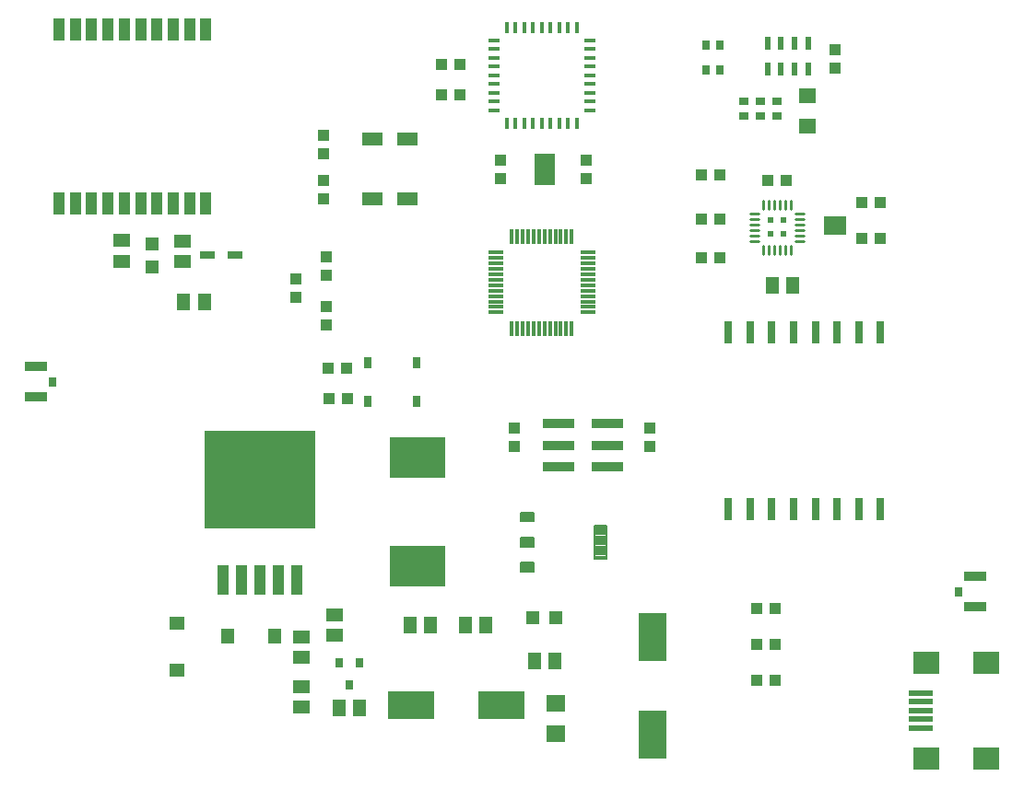
<source format=gbr>
G04 EAGLE Gerber RS-274X export*
G75*
%MOMM*%
%FSLAX34Y34*%
%LPD*%
%INSolderpaste Top*%
%IPPOS*%
%AMOC8*
5,1,8,0,0,1.08239X$1,22.5*%
G01*
%ADD10R,1.000000X1.100000*%
%ADD11R,1.100000X1.000000*%
%ADD12R,1.016000X2.692400*%
%ADD13R,10.160000X8.940800*%
%ADD14R,1.270000X1.470000*%
%ADD15R,4.300000X2.500000*%
%ADD16R,1.500000X1.300000*%
%ADD17R,1.300000X1.500000*%
%ADD18C,0.139500*%
%ADD19C,0.196500*%
%ADD20R,2.500000X4.500000*%
%ADD21R,1.200000X1.200000*%
%ADD22R,5.200000X3.850000*%
%ADD23R,1.470000X1.270000*%
%ADD24R,0.800000X0.900000*%
%ADD25R,1.800000X1.600000*%
%ADD26R,1.475000X0.300000*%
%ADD27R,0.300000X1.475000*%
%ADD28R,1.900000X1.300000*%
%ADD29R,0.700000X1.100000*%
%ADD30R,3.000000X0.890000*%
%ADD31C,0.254000*%
%ADD32R,0.482600X0.482600*%
%ADD33R,2.006600X1.701800*%
%ADD34R,0.500000X1.200000*%
%ADD35R,0.900000X0.700000*%
%ADD36R,0.700000X0.900000*%
%ADD37R,1.600000X1.400000*%
%ADD38R,1.000000X0.420000*%
%ADD39R,0.420000X1.000000*%
%ADD40R,1.981200X2.844800*%
%ADD41R,1.000000X2.000000*%
%ADD42R,1.500000X1.240000*%
%ADD43R,1.350000X0.800000*%
%ADD44R,1.240000X1.500000*%
%ADD45R,0.800000X2.000000*%
%ADD46R,0.762000X0.965200*%
%ADD47R,2.133600X0.812800*%
%ADD48R,2.400000X2.000000*%
%ADD49R,2.308000X0.500000*%


D10*
X302260Y473320D03*
X302260Y456320D03*
X302260Y410600D03*
X302260Y427600D03*
D11*
X274320Y436000D03*
X274320Y453000D03*
D12*
X207264Y176276D03*
X224282Y176276D03*
X241300Y176276D03*
X258318Y176276D03*
X275336Y176276D03*
D13*
X241300Y268224D03*
D14*
X255180Y124460D03*
X212180Y124460D03*
D15*
X463140Y60960D03*
X380140Y60960D03*
D16*
X279400Y123800D03*
X279400Y104800D03*
D17*
X398120Y134620D03*
X379120Y134620D03*
D18*
X481397Y229767D02*
X481397Y237673D01*
X493103Y237673D01*
X493103Y229767D01*
X481397Y229767D01*
X481397Y231092D02*
X493103Y231092D01*
X493103Y232417D02*
X481397Y232417D01*
X481397Y233742D02*
X493103Y233742D01*
X493103Y235067D02*
X481397Y235067D01*
X481397Y236392D02*
X493103Y236392D01*
X481397Y214773D02*
X481397Y206867D01*
X481397Y214773D02*
X493103Y214773D01*
X493103Y206867D01*
X481397Y206867D01*
X481397Y208192D02*
X493103Y208192D01*
X493103Y209517D02*
X481397Y209517D01*
X481397Y210842D02*
X493103Y210842D01*
X493103Y212167D02*
X481397Y212167D01*
X481397Y213492D02*
X493103Y213492D01*
X481397Y191873D02*
X481397Y183967D01*
X481397Y191873D02*
X493103Y191873D01*
X493103Y183967D01*
X481397Y183967D01*
X481397Y185292D02*
X493103Y185292D01*
X493103Y186617D02*
X481397Y186617D01*
X481397Y187942D02*
X493103Y187942D01*
X493103Y189267D02*
X481397Y189267D01*
X481397Y190592D02*
X493103Y190592D01*
D19*
X548582Y195602D02*
X548582Y226038D01*
X559718Y226038D01*
X559718Y195602D01*
X548582Y195602D01*
X548582Y197469D02*
X559718Y197469D01*
X559718Y199336D02*
X548582Y199336D01*
X548582Y201203D02*
X559718Y201203D01*
X559718Y203070D02*
X548582Y203070D01*
X548582Y204937D02*
X559718Y204937D01*
X559718Y206804D02*
X548582Y206804D01*
X548582Y208671D02*
X559718Y208671D01*
X559718Y210538D02*
X548582Y210538D01*
X548582Y212405D02*
X559718Y212405D01*
X559718Y214272D02*
X548582Y214272D01*
X548582Y216139D02*
X559718Y216139D01*
X559718Y218006D02*
X548582Y218006D01*
X548582Y219873D02*
X559718Y219873D01*
X559718Y221740D02*
X548582Y221740D01*
X548582Y223607D02*
X559718Y223607D01*
X559718Y225474D02*
X548582Y225474D01*
D20*
X601980Y123740D03*
X601980Y33740D03*
D17*
X448920Y134620D03*
X429920Y134620D03*
D21*
X513420Y140970D03*
X492420Y140970D03*
D17*
X493420Y101600D03*
X512420Y101600D03*
D22*
X386080Y288760D03*
X386080Y188760D03*
D23*
X165100Y135800D03*
X165100Y92800D03*
D16*
X279400Y59080D03*
X279400Y78080D03*
D17*
X314350Y58420D03*
X333350Y58420D03*
D16*
X309880Y144120D03*
X309880Y125120D03*
D24*
X333350Y100170D03*
X314350Y100170D03*
X323850Y79170D03*
D25*
X513080Y34260D03*
X513080Y62260D03*
D26*
X458000Y477080D03*
X458000Y472080D03*
X458000Y467080D03*
X458000Y462080D03*
X458000Y457080D03*
X458000Y452080D03*
X458000Y447080D03*
X458000Y442080D03*
X458000Y437080D03*
X458000Y432080D03*
X458000Y427080D03*
X458000Y422080D03*
D27*
X472880Y407200D03*
X477880Y407200D03*
X482880Y407200D03*
X487880Y407200D03*
X492880Y407200D03*
X497880Y407200D03*
X502880Y407200D03*
X507880Y407200D03*
X512880Y407200D03*
X517880Y407200D03*
X522880Y407200D03*
X527880Y407200D03*
D26*
X542760Y422080D03*
X542760Y427080D03*
X542760Y432080D03*
X542760Y437080D03*
X542760Y442080D03*
X542760Y447080D03*
X542760Y452080D03*
X542760Y457080D03*
X542760Y462080D03*
X542760Y467080D03*
X542760Y472080D03*
X542760Y477080D03*
D27*
X527880Y491960D03*
X522880Y491960D03*
X517880Y491960D03*
X512880Y491960D03*
X507880Y491960D03*
X502880Y491960D03*
X497880Y491960D03*
X492880Y491960D03*
X487880Y491960D03*
X482880Y491960D03*
X477880Y491960D03*
X472880Y491960D03*
D28*
X376680Y526220D03*
X376680Y581220D03*
X344680Y581220D03*
X344680Y526220D03*
D10*
X299720Y543170D03*
X299720Y526170D03*
X299720Y568080D03*
X299720Y585080D03*
D29*
X340970Y340640D03*
X340970Y375640D03*
X385470Y375640D03*
X385470Y340640D03*
D10*
X305190Y342900D03*
X322190Y342900D03*
D11*
X303920Y370840D03*
X320920Y370840D03*
D30*
X515980Y319720D03*
X560980Y319720D03*
X515980Y299720D03*
X560980Y299720D03*
X515980Y279720D03*
X560980Y279720D03*
D11*
X474980Y315840D03*
X474980Y298840D03*
X599440Y298840D03*
X599440Y315840D03*
D10*
X714620Y149860D03*
X697620Y149860D03*
X714620Y83820D03*
X697620Y83820D03*
X697620Y116840D03*
X714620Y116840D03*
X769620Y663820D03*
X769620Y646820D03*
D11*
X794140Y523240D03*
X811140Y523240D03*
X646820Y548640D03*
X663820Y548640D03*
X724780Y543560D03*
X707780Y543560D03*
X794140Y490220D03*
X811140Y490220D03*
X663820Y508000D03*
X646820Y508000D03*
X663820Y472440D03*
X646820Y472440D03*
D31*
X691654Y487713D02*
X699274Y487713D01*
X699274Y492759D02*
X691654Y492759D01*
X691654Y497805D02*
X699274Y497805D01*
X699274Y503155D02*
X691654Y503155D01*
X691654Y508176D02*
X699274Y508176D01*
X699274Y513247D02*
X691654Y513247D01*
X733686Y487713D02*
X741306Y487713D01*
X741306Y492759D02*
X733686Y492759D01*
X733686Y497805D02*
X741306Y497805D01*
X741306Y503155D02*
X733686Y503155D01*
X733686Y508176D02*
X741306Y508176D01*
X741306Y513247D02*
X733686Y513247D01*
X729247Y517432D02*
X729247Y525052D01*
X724201Y525052D02*
X724201Y517432D01*
X719155Y517432D02*
X719155Y525052D01*
X713805Y525052D02*
X713805Y517432D01*
X708784Y517432D02*
X708784Y525052D01*
X703713Y525052D02*
X703713Y517432D01*
X729247Y483528D02*
X729247Y475908D01*
X724201Y475908D02*
X724201Y483528D01*
X719155Y483528D02*
X719155Y475908D01*
X713805Y475908D02*
X713805Y483528D01*
X708784Y483528D02*
X708784Y475908D01*
X703713Y475908D02*
X703713Y483528D01*
D32*
X710565Y494411D03*
X710565Y507111D03*
X722630Y494538D03*
X722630Y506730D03*
D33*
X769493Y502285D03*
D34*
X707690Y645860D03*
X720190Y645860D03*
X732690Y645860D03*
X745190Y645860D03*
X707690Y669860D03*
X720190Y669860D03*
X732690Y669860D03*
X745190Y669860D03*
D35*
X701040Y616100D03*
X701040Y603100D03*
D36*
X651360Y645160D03*
X664360Y645160D03*
X651360Y668020D03*
X664360Y668020D03*
D37*
X744220Y593060D03*
X744220Y621060D03*
D35*
X716280Y616100D03*
X716280Y603100D03*
X685800Y616100D03*
X685800Y603100D03*
D38*
X544380Y640080D03*
X544380Y632080D03*
X544380Y624080D03*
X544380Y616080D03*
X544380Y608080D03*
X544380Y648080D03*
X544380Y656080D03*
X544380Y664080D03*
X544380Y672080D03*
D39*
X500380Y684080D03*
X508380Y684080D03*
X516380Y684080D03*
X524380Y684080D03*
X532380Y684080D03*
X492380Y684080D03*
X484380Y684080D03*
X476380Y684080D03*
X468380Y684080D03*
D38*
X456380Y640080D03*
X456380Y648080D03*
X456380Y656080D03*
X456380Y664080D03*
X456380Y672080D03*
X456380Y632080D03*
X456380Y624080D03*
X456380Y616080D03*
X456380Y608080D03*
D39*
X500380Y596080D03*
X492380Y596080D03*
X484380Y596080D03*
X476380Y596080D03*
X468380Y596080D03*
X508380Y596080D03*
X516380Y596080D03*
X524380Y596080D03*
X532380Y596080D03*
D40*
X502920Y553720D03*
D11*
X425060Y650240D03*
X408060Y650240D03*
X425060Y622300D03*
X408060Y622300D03*
D10*
X462280Y562220D03*
X462280Y545220D03*
X541020Y562220D03*
X541020Y545220D03*
D41*
X56960Y521980D03*
X71960Y521980D03*
X86960Y521980D03*
X101960Y521980D03*
X116960Y521980D03*
X131960Y521980D03*
X146960Y521980D03*
X161960Y521980D03*
X176960Y521980D03*
X191960Y521980D03*
X191960Y681980D03*
X176960Y681980D03*
X161960Y681980D03*
X146960Y681980D03*
X131960Y681980D03*
X116960Y681980D03*
X101960Y681980D03*
X86960Y681980D03*
X71960Y681980D03*
X56960Y681980D03*
D21*
X142748Y463718D03*
X142748Y484718D03*
D42*
X114808Y469036D03*
X114808Y488036D03*
X170434Y468528D03*
X170434Y487528D03*
D43*
X218440Y474980D03*
X193040Y474980D03*
D44*
X171602Y431546D03*
X190602Y431546D03*
D45*
X811680Y403580D03*
X791680Y403580D03*
X771680Y403580D03*
X751680Y403580D03*
X731680Y403580D03*
X711680Y403580D03*
X691680Y403580D03*
X671680Y403580D03*
X671680Y241580D03*
X691680Y241580D03*
X711680Y241580D03*
X731680Y241580D03*
X751680Y241580D03*
X771680Y241580D03*
X791680Y241580D03*
X811680Y241580D03*
D44*
X711860Y447040D03*
X730860Y447040D03*
D46*
X883666Y165100D03*
D47*
X898906Y151146D03*
X898906Y179054D03*
D46*
X51054Y358140D03*
D47*
X35814Y372094D03*
X35814Y344186D03*
D48*
X854000Y11880D03*
D49*
X848360Y39880D03*
X848360Y47880D03*
X848360Y55880D03*
X848360Y63880D03*
X848360Y71880D03*
D48*
X909000Y11880D03*
X854000Y99880D03*
X909000Y99880D03*
M02*

</source>
